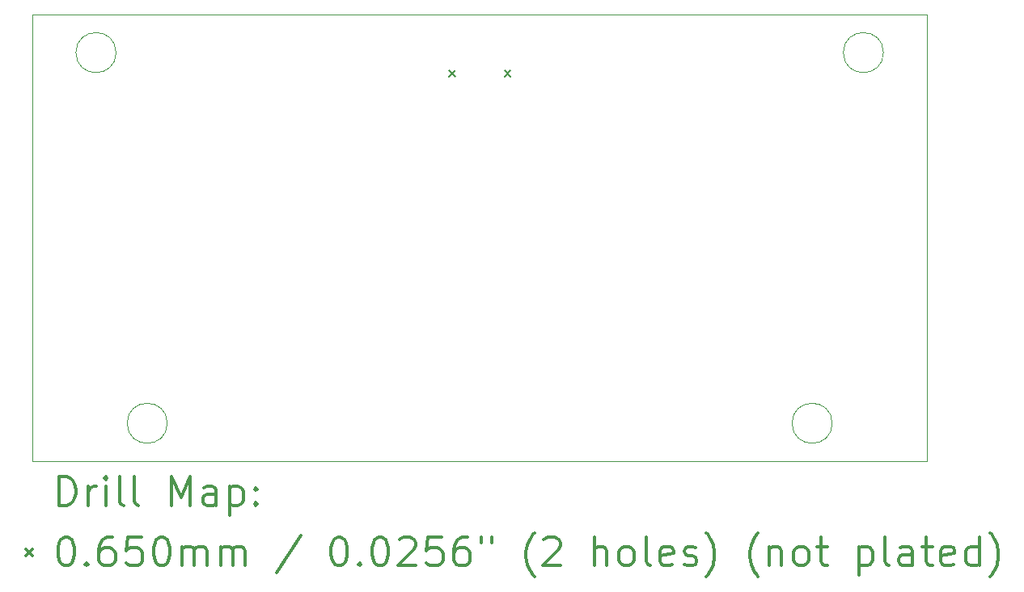
<source format=gbr>
%FSLAX45Y45*%
G04 Gerber Fmt 4.5, Leading zero omitted, Abs format (unit mm)*
G04 Created by KiCad (PCBNEW (5.1.12)-1) date 2024-09-15 14:26:26*
%MOMM*%
%LPD*%
G01*
G04 APERTURE LIST*
%TA.AperFunction,Profile*%
%ADD10C,0.050000*%
%TD*%
%ADD11C,0.200000*%
%ADD12C,0.300000*%
G04 APERTURE END LIST*
D10*
X19373500Y-12585600D02*
G75*
G03*
X19373500Y-12585600I-210000J0D01*
G01*
X12413500Y-12585600D02*
G75*
G03*
X12413500Y-12585600I-210000J0D01*
G01*
X11877000Y-8700000D02*
G75*
G03*
X11877000Y-8700000I-210000J0D01*
G01*
X19910000Y-8700000D02*
G75*
G03*
X19910000Y-8700000I-210000J0D01*
G01*
X20367000Y-12979400D02*
X20367000Y-8300000D01*
X11000000Y-8300000D02*
X20367000Y-8300000D01*
X11000000Y-12979400D02*
X11000000Y-8300000D01*
X20367000Y-12979400D02*
X11000000Y-12979400D01*
D11*
X15363300Y-8888900D02*
X15428300Y-8953900D01*
X15428300Y-8888900D02*
X15363300Y-8953900D01*
X15941300Y-8888900D02*
X16006300Y-8953900D01*
X16006300Y-8888900D02*
X15941300Y-8953900D01*
D12*
X11283928Y-13447614D02*
X11283928Y-13147614D01*
X11355357Y-13147614D01*
X11398214Y-13161900D01*
X11426786Y-13190471D01*
X11441071Y-13219043D01*
X11455357Y-13276186D01*
X11455357Y-13319043D01*
X11441071Y-13376186D01*
X11426786Y-13404757D01*
X11398214Y-13433329D01*
X11355357Y-13447614D01*
X11283928Y-13447614D01*
X11583928Y-13447614D02*
X11583928Y-13247614D01*
X11583928Y-13304757D02*
X11598214Y-13276186D01*
X11612500Y-13261900D01*
X11641071Y-13247614D01*
X11669643Y-13247614D01*
X11769643Y-13447614D02*
X11769643Y-13247614D01*
X11769643Y-13147614D02*
X11755357Y-13161900D01*
X11769643Y-13176186D01*
X11783928Y-13161900D01*
X11769643Y-13147614D01*
X11769643Y-13176186D01*
X11955357Y-13447614D02*
X11926786Y-13433329D01*
X11912500Y-13404757D01*
X11912500Y-13147614D01*
X12112500Y-13447614D02*
X12083928Y-13433329D01*
X12069643Y-13404757D01*
X12069643Y-13147614D01*
X12455357Y-13447614D02*
X12455357Y-13147614D01*
X12555357Y-13361900D01*
X12655357Y-13147614D01*
X12655357Y-13447614D01*
X12926786Y-13447614D02*
X12926786Y-13290471D01*
X12912500Y-13261900D01*
X12883928Y-13247614D01*
X12826786Y-13247614D01*
X12798214Y-13261900D01*
X12926786Y-13433329D02*
X12898214Y-13447614D01*
X12826786Y-13447614D01*
X12798214Y-13433329D01*
X12783928Y-13404757D01*
X12783928Y-13376186D01*
X12798214Y-13347614D01*
X12826786Y-13333329D01*
X12898214Y-13333329D01*
X12926786Y-13319043D01*
X13069643Y-13247614D02*
X13069643Y-13547614D01*
X13069643Y-13261900D02*
X13098214Y-13247614D01*
X13155357Y-13247614D01*
X13183928Y-13261900D01*
X13198214Y-13276186D01*
X13212500Y-13304757D01*
X13212500Y-13390471D01*
X13198214Y-13419043D01*
X13183928Y-13433329D01*
X13155357Y-13447614D01*
X13098214Y-13447614D01*
X13069643Y-13433329D01*
X13341071Y-13419043D02*
X13355357Y-13433329D01*
X13341071Y-13447614D01*
X13326786Y-13433329D01*
X13341071Y-13419043D01*
X13341071Y-13447614D01*
X13341071Y-13261900D02*
X13355357Y-13276186D01*
X13341071Y-13290471D01*
X13326786Y-13276186D01*
X13341071Y-13261900D01*
X13341071Y-13290471D01*
X10932500Y-13909400D02*
X10997500Y-13974400D01*
X10997500Y-13909400D02*
X10932500Y-13974400D01*
X11341071Y-13777614D02*
X11369643Y-13777614D01*
X11398214Y-13791900D01*
X11412500Y-13806186D01*
X11426786Y-13834757D01*
X11441071Y-13891900D01*
X11441071Y-13963329D01*
X11426786Y-14020471D01*
X11412500Y-14049043D01*
X11398214Y-14063329D01*
X11369643Y-14077614D01*
X11341071Y-14077614D01*
X11312500Y-14063329D01*
X11298214Y-14049043D01*
X11283928Y-14020471D01*
X11269643Y-13963329D01*
X11269643Y-13891900D01*
X11283928Y-13834757D01*
X11298214Y-13806186D01*
X11312500Y-13791900D01*
X11341071Y-13777614D01*
X11569643Y-14049043D02*
X11583928Y-14063329D01*
X11569643Y-14077614D01*
X11555357Y-14063329D01*
X11569643Y-14049043D01*
X11569643Y-14077614D01*
X11841071Y-13777614D02*
X11783928Y-13777614D01*
X11755357Y-13791900D01*
X11741071Y-13806186D01*
X11712500Y-13849043D01*
X11698214Y-13906186D01*
X11698214Y-14020471D01*
X11712500Y-14049043D01*
X11726786Y-14063329D01*
X11755357Y-14077614D01*
X11812500Y-14077614D01*
X11841071Y-14063329D01*
X11855357Y-14049043D01*
X11869643Y-14020471D01*
X11869643Y-13949043D01*
X11855357Y-13920471D01*
X11841071Y-13906186D01*
X11812500Y-13891900D01*
X11755357Y-13891900D01*
X11726786Y-13906186D01*
X11712500Y-13920471D01*
X11698214Y-13949043D01*
X12141071Y-13777614D02*
X11998214Y-13777614D01*
X11983928Y-13920471D01*
X11998214Y-13906186D01*
X12026786Y-13891900D01*
X12098214Y-13891900D01*
X12126786Y-13906186D01*
X12141071Y-13920471D01*
X12155357Y-13949043D01*
X12155357Y-14020471D01*
X12141071Y-14049043D01*
X12126786Y-14063329D01*
X12098214Y-14077614D01*
X12026786Y-14077614D01*
X11998214Y-14063329D01*
X11983928Y-14049043D01*
X12341071Y-13777614D02*
X12369643Y-13777614D01*
X12398214Y-13791900D01*
X12412500Y-13806186D01*
X12426786Y-13834757D01*
X12441071Y-13891900D01*
X12441071Y-13963329D01*
X12426786Y-14020471D01*
X12412500Y-14049043D01*
X12398214Y-14063329D01*
X12369643Y-14077614D01*
X12341071Y-14077614D01*
X12312500Y-14063329D01*
X12298214Y-14049043D01*
X12283928Y-14020471D01*
X12269643Y-13963329D01*
X12269643Y-13891900D01*
X12283928Y-13834757D01*
X12298214Y-13806186D01*
X12312500Y-13791900D01*
X12341071Y-13777614D01*
X12569643Y-14077614D02*
X12569643Y-13877614D01*
X12569643Y-13906186D02*
X12583928Y-13891900D01*
X12612500Y-13877614D01*
X12655357Y-13877614D01*
X12683928Y-13891900D01*
X12698214Y-13920471D01*
X12698214Y-14077614D01*
X12698214Y-13920471D02*
X12712500Y-13891900D01*
X12741071Y-13877614D01*
X12783928Y-13877614D01*
X12812500Y-13891900D01*
X12826786Y-13920471D01*
X12826786Y-14077614D01*
X12969643Y-14077614D02*
X12969643Y-13877614D01*
X12969643Y-13906186D02*
X12983928Y-13891900D01*
X13012500Y-13877614D01*
X13055357Y-13877614D01*
X13083928Y-13891900D01*
X13098214Y-13920471D01*
X13098214Y-14077614D01*
X13098214Y-13920471D02*
X13112500Y-13891900D01*
X13141071Y-13877614D01*
X13183928Y-13877614D01*
X13212500Y-13891900D01*
X13226786Y-13920471D01*
X13226786Y-14077614D01*
X13812500Y-13763329D02*
X13555357Y-14149043D01*
X14198214Y-13777614D02*
X14226786Y-13777614D01*
X14255357Y-13791900D01*
X14269643Y-13806186D01*
X14283928Y-13834757D01*
X14298214Y-13891900D01*
X14298214Y-13963329D01*
X14283928Y-14020471D01*
X14269643Y-14049043D01*
X14255357Y-14063329D01*
X14226786Y-14077614D01*
X14198214Y-14077614D01*
X14169643Y-14063329D01*
X14155357Y-14049043D01*
X14141071Y-14020471D01*
X14126786Y-13963329D01*
X14126786Y-13891900D01*
X14141071Y-13834757D01*
X14155357Y-13806186D01*
X14169643Y-13791900D01*
X14198214Y-13777614D01*
X14426786Y-14049043D02*
X14441071Y-14063329D01*
X14426786Y-14077614D01*
X14412500Y-14063329D01*
X14426786Y-14049043D01*
X14426786Y-14077614D01*
X14626786Y-13777614D02*
X14655357Y-13777614D01*
X14683928Y-13791900D01*
X14698214Y-13806186D01*
X14712500Y-13834757D01*
X14726786Y-13891900D01*
X14726786Y-13963329D01*
X14712500Y-14020471D01*
X14698214Y-14049043D01*
X14683928Y-14063329D01*
X14655357Y-14077614D01*
X14626786Y-14077614D01*
X14598214Y-14063329D01*
X14583928Y-14049043D01*
X14569643Y-14020471D01*
X14555357Y-13963329D01*
X14555357Y-13891900D01*
X14569643Y-13834757D01*
X14583928Y-13806186D01*
X14598214Y-13791900D01*
X14626786Y-13777614D01*
X14841071Y-13806186D02*
X14855357Y-13791900D01*
X14883928Y-13777614D01*
X14955357Y-13777614D01*
X14983928Y-13791900D01*
X14998214Y-13806186D01*
X15012500Y-13834757D01*
X15012500Y-13863329D01*
X14998214Y-13906186D01*
X14826786Y-14077614D01*
X15012500Y-14077614D01*
X15283928Y-13777614D02*
X15141071Y-13777614D01*
X15126786Y-13920471D01*
X15141071Y-13906186D01*
X15169643Y-13891900D01*
X15241071Y-13891900D01*
X15269643Y-13906186D01*
X15283928Y-13920471D01*
X15298214Y-13949043D01*
X15298214Y-14020471D01*
X15283928Y-14049043D01*
X15269643Y-14063329D01*
X15241071Y-14077614D01*
X15169643Y-14077614D01*
X15141071Y-14063329D01*
X15126786Y-14049043D01*
X15555357Y-13777614D02*
X15498214Y-13777614D01*
X15469643Y-13791900D01*
X15455357Y-13806186D01*
X15426786Y-13849043D01*
X15412500Y-13906186D01*
X15412500Y-14020471D01*
X15426786Y-14049043D01*
X15441071Y-14063329D01*
X15469643Y-14077614D01*
X15526786Y-14077614D01*
X15555357Y-14063329D01*
X15569643Y-14049043D01*
X15583928Y-14020471D01*
X15583928Y-13949043D01*
X15569643Y-13920471D01*
X15555357Y-13906186D01*
X15526786Y-13891900D01*
X15469643Y-13891900D01*
X15441071Y-13906186D01*
X15426786Y-13920471D01*
X15412500Y-13949043D01*
X15698214Y-13777614D02*
X15698214Y-13834757D01*
X15812500Y-13777614D02*
X15812500Y-13834757D01*
X16255357Y-14191900D02*
X16241071Y-14177614D01*
X16212500Y-14134757D01*
X16198214Y-14106186D01*
X16183928Y-14063329D01*
X16169643Y-13991900D01*
X16169643Y-13934757D01*
X16183928Y-13863329D01*
X16198214Y-13820471D01*
X16212500Y-13791900D01*
X16241071Y-13749043D01*
X16255357Y-13734757D01*
X16355357Y-13806186D02*
X16369643Y-13791900D01*
X16398214Y-13777614D01*
X16469643Y-13777614D01*
X16498214Y-13791900D01*
X16512500Y-13806186D01*
X16526786Y-13834757D01*
X16526786Y-13863329D01*
X16512500Y-13906186D01*
X16341071Y-14077614D01*
X16526786Y-14077614D01*
X16883928Y-14077614D02*
X16883928Y-13777614D01*
X17012500Y-14077614D02*
X17012500Y-13920471D01*
X16998214Y-13891900D01*
X16969643Y-13877614D01*
X16926786Y-13877614D01*
X16898214Y-13891900D01*
X16883928Y-13906186D01*
X17198214Y-14077614D02*
X17169643Y-14063329D01*
X17155357Y-14049043D01*
X17141071Y-14020471D01*
X17141071Y-13934757D01*
X17155357Y-13906186D01*
X17169643Y-13891900D01*
X17198214Y-13877614D01*
X17241071Y-13877614D01*
X17269643Y-13891900D01*
X17283928Y-13906186D01*
X17298214Y-13934757D01*
X17298214Y-14020471D01*
X17283928Y-14049043D01*
X17269643Y-14063329D01*
X17241071Y-14077614D01*
X17198214Y-14077614D01*
X17469643Y-14077614D02*
X17441071Y-14063329D01*
X17426786Y-14034757D01*
X17426786Y-13777614D01*
X17698214Y-14063329D02*
X17669643Y-14077614D01*
X17612500Y-14077614D01*
X17583928Y-14063329D01*
X17569643Y-14034757D01*
X17569643Y-13920471D01*
X17583928Y-13891900D01*
X17612500Y-13877614D01*
X17669643Y-13877614D01*
X17698214Y-13891900D01*
X17712500Y-13920471D01*
X17712500Y-13949043D01*
X17569643Y-13977614D01*
X17826786Y-14063329D02*
X17855357Y-14077614D01*
X17912500Y-14077614D01*
X17941071Y-14063329D01*
X17955357Y-14034757D01*
X17955357Y-14020471D01*
X17941071Y-13991900D01*
X17912500Y-13977614D01*
X17869643Y-13977614D01*
X17841071Y-13963329D01*
X17826786Y-13934757D01*
X17826786Y-13920471D01*
X17841071Y-13891900D01*
X17869643Y-13877614D01*
X17912500Y-13877614D01*
X17941071Y-13891900D01*
X18055357Y-14191900D02*
X18069643Y-14177614D01*
X18098214Y-14134757D01*
X18112500Y-14106186D01*
X18126786Y-14063329D01*
X18141071Y-13991900D01*
X18141071Y-13934757D01*
X18126786Y-13863329D01*
X18112500Y-13820471D01*
X18098214Y-13791900D01*
X18069643Y-13749043D01*
X18055357Y-13734757D01*
X18598214Y-14191900D02*
X18583928Y-14177614D01*
X18555357Y-14134757D01*
X18541071Y-14106186D01*
X18526786Y-14063329D01*
X18512500Y-13991900D01*
X18512500Y-13934757D01*
X18526786Y-13863329D01*
X18541071Y-13820471D01*
X18555357Y-13791900D01*
X18583928Y-13749043D01*
X18598214Y-13734757D01*
X18712500Y-13877614D02*
X18712500Y-14077614D01*
X18712500Y-13906186D02*
X18726786Y-13891900D01*
X18755357Y-13877614D01*
X18798214Y-13877614D01*
X18826786Y-13891900D01*
X18841071Y-13920471D01*
X18841071Y-14077614D01*
X19026786Y-14077614D02*
X18998214Y-14063329D01*
X18983928Y-14049043D01*
X18969643Y-14020471D01*
X18969643Y-13934757D01*
X18983928Y-13906186D01*
X18998214Y-13891900D01*
X19026786Y-13877614D01*
X19069643Y-13877614D01*
X19098214Y-13891900D01*
X19112500Y-13906186D01*
X19126786Y-13934757D01*
X19126786Y-14020471D01*
X19112500Y-14049043D01*
X19098214Y-14063329D01*
X19069643Y-14077614D01*
X19026786Y-14077614D01*
X19212500Y-13877614D02*
X19326786Y-13877614D01*
X19255357Y-13777614D02*
X19255357Y-14034757D01*
X19269643Y-14063329D01*
X19298214Y-14077614D01*
X19326786Y-14077614D01*
X19655357Y-13877614D02*
X19655357Y-14177614D01*
X19655357Y-13891900D02*
X19683928Y-13877614D01*
X19741071Y-13877614D01*
X19769643Y-13891900D01*
X19783928Y-13906186D01*
X19798214Y-13934757D01*
X19798214Y-14020471D01*
X19783928Y-14049043D01*
X19769643Y-14063329D01*
X19741071Y-14077614D01*
X19683928Y-14077614D01*
X19655357Y-14063329D01*
X19969643Y-14077614D02*
X19941071Y-14063329D01*
X19926786Y-14034757D01*
X19926786Y-13777614D01*
X20212500Y-14077614D02*
X20212500Y-13920471D01*
X20198214Y-13891900D01*
X20169643Y-13877614D01*
X20112500Y-13877614D01*
X20083928Y-13891900D01*
X20212500Y-14063329D02*
X20183928Y-14077614D01*
X20112500Y-14077614D01*
X20083928Y-14063329D01*
X20069643Y-14034757D01*
X20069643Y-14006186D01*
X20083928Y-13977614D01*
X20112500Y-13963329D01*
X20183928Y-13963329D01*
X20212500Y-13949043D01*
X20312500Y-13877614D02*
X20426786Y-13877614D01*
X20355357Y-13777614D02*
X20355357Y-14034757D01*
X20369643Y-14063329D01*
X20398214Y-14077614D01*
X20426786Y-14077614D01*
X20641071Y-14063329D02*
X20612500Y-14077614D01*
X20555357Y-14077614D01*
X20526786Y-14063329D01*
X20512500Y-14034757D01*
X20512500Y-13920471D01*
X20526786Y-13891900D01*
X20555357Y-13877614D01*
X20612500Y-13877614D01*
X20641071Y-13891900D01*
X20655357Y-13920471D01*
X20655357Y-13949043D01*
X20512500Y-13977614D01*
X20912500Y-14077614D02*
X20912500Y-13777614D01*
X20912500Y-14063329D02*
X20883928Y-14077614D01*
X20826786Y-14077614D01*
X20798214Y-14063329D01*
X20783928Y-14049043D01*
X20769643Y-14020471D01*
X20769643Y-13934757D01*
X20783928Y-13906186D01*
X20798214Y-13891900D01*
X20826786Y-13877614D01*
X20883928Y-13877614D01*
X20912500Y-13891900D01*
X21026786Y-14191900D02*
X21041071Y-14177614D01*
X21069643Y-14134757D01*
X21083928Y-14106186D01*
X21098214Y-14063329D01*
X21112500Y-13991900D01*
X21112500Y-13934757D01*
X21098214Y-13863329D01*
X21083928Y-13820471D01*
X21069643Y-13791900D01*
X21041071Y-13749043D01*
X21026786Y-13734757D01*
M02*

</source>
